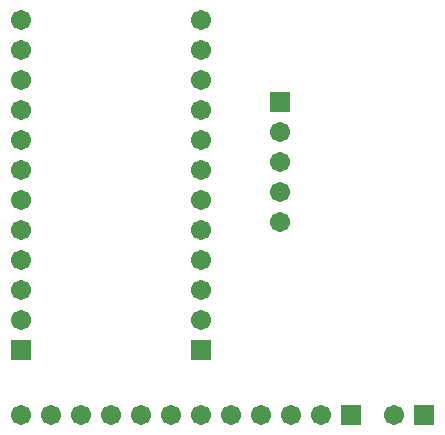
<source format=gts>
%FSTAX23Y23*%
%MOIN*%
%SFA1B1*%

%IPPOS*%
%ADD18R,0.067047X0.067047*%
%ADD19C,0.067047*%
%ADD20R,0.067047X0.067047*%
%LNmcu_ecg_combine_board-1*%
%LPD*%
G54D18*
X0292Y0136D03*
X02675D03*
G54D19*
X0282Y0136D03*
X01575D03*
X01675D03*
X01775D03*
X01875D03*
X01975D03*
X02075D03*
X02175D03*
X02275D03*
X02375D03*
X02475D03*
X02575D03*
X01574Y02674D03*
Y02574D03*
Y02474D03*
Y02374D03*
Y02274D03*
Y02174D03*
Y02074D03*
Y01974D03*
Y01874D03*
Y01774D03*
Y01674D03*
X0244Y02001D03*
Y02101D03*
Y02201D03*
Y02301D03*
X02174Y02674D03*
Y02574D03*
Y02474D03*
Y02374D03*
Y02274D03*
Y02174D03*
Y02074D03*
Y01974D03*
Y01874D03*
Y01774D03*
Y01674D03*
G54D20*
X01574Y01574D03*
X0244Y02401D03*
X02174Y01574D03*
M02*
</source>
